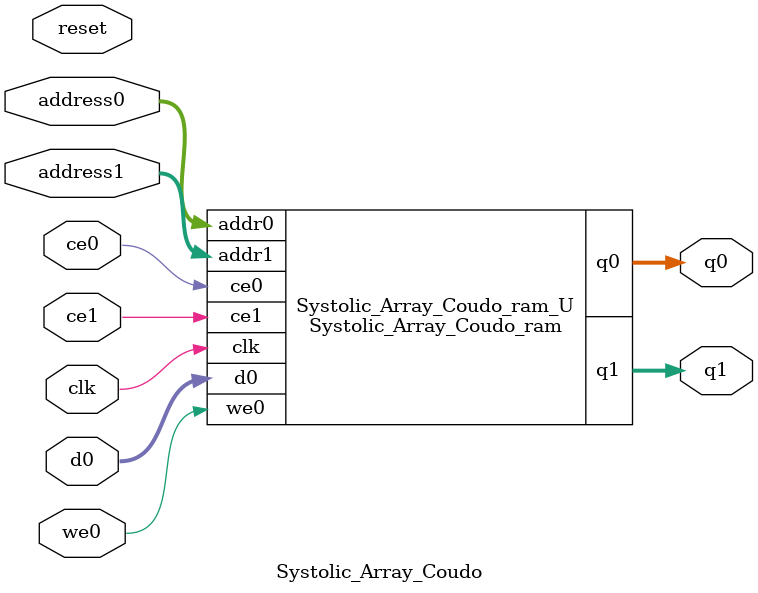
<source format=v>
`timescale 1 ns / 1 ps
module Systolic_Array_Coudo_ram (addr0, ce0, d0, we0, q0, addr1, ce1, q1,  clk);

parameter DWIDTH = 32;
parameter AWIDTH = 9;
parameter MEM_SIZE = 500;

input[AWIDTH-1:0] addr0;
input ce0;
input[DWIDTH-1:0] d0;
input we0;
output reg[DWIDTH-1:0] q0;
input[AWIDTH-1:0] addr1;
input ce1;
output reg[DWIDTH-1:0] q1;
input clk;

(* ram_style = "block" *)reg [DWIDTH-1:0] ram[0:MEM_SIZE-1];




always @(posedge clk)  
begin 
    if (ce0) begin
        if (we0) 
            ram[addr0] <= d0; 
        q0 <= ram[addr0];
    end
end


always @(posedge clk)  
begin 
    if (ce1) begin
        q1 <= ram[addr1];
    end
end


endmodule

`timescale 1 ns / 1 ps
module Systolic_Array_Coudo(
    reset,
    clk,
    address0,
    ce0,
    we0,
    d0,
    q0,
    address1,
    ce1,
    q1);

parameter DataWidth = 32'd32;
parameter AddressRange = 32'd500;
parameter AddressWidth = 32'd9;
input reset;
input clk;
input[AddressWidth - 1:0] address0;
input ce0;
input we0;
input[DataWidth - 1:0] d0;
output[DataWidth - 1:0] q0;
input[AddressWidth - 1:0] address1;
input ce1;
output[DataWidth - 1:0] q1;



Systolic_Array_Coudo_ram Systolic_Array_Coudo_ram_U(
    .clk( clk ),
    .addr0( address0 ),
    .ce0( ce0 ),
    .we0( we0 ),
    .d0( d0 ),
    .q0( q0 ),
    .addr1( address1 ),
    .ce1( ce1 ),
    .q1( q1 ));

endmodule


</source>
